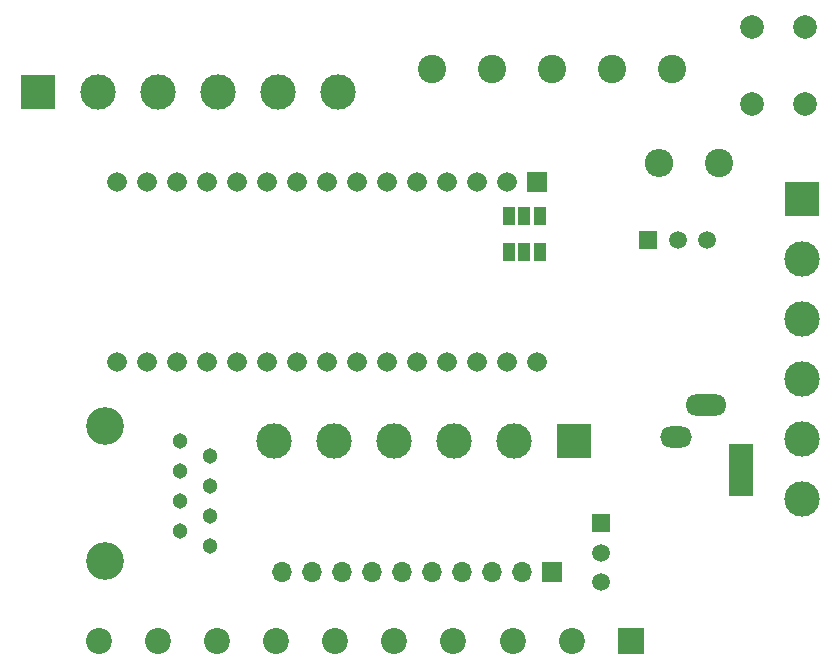
<source format=gbr>
%TF.GenerationSoftware,KiCad,Pcbnew,(6.0.7)*%
%TF.CreationDate,2022-10-06T11:11:12-05:00*%
%TF.ProjectId,ScareBanger_PCB,53636172-6542-4616-9e67-65725f504342,rev?*%
%TF.SameCoordinates,Original*%
%TF.FileFunction,Soldermask,Bot*%
%TF.FilePolarity,Negative*%
%FSLAX46Y46*%
G04 Gerber Fmt 4.6, Leading zero omitted, Abs format (unit mm)*
G04 Created by KiCad (PCBNEW (6.0.7)) date 2022-10-06 11:11:12*
%MOMM*%
%LPD*%
G01*
G04 APERTURE LIST*
%ADD10R,1.665000X1.665000*%
%ADD11C,1.665000*%
%ADD12R,3.000000X3.000000*%
%ADD13C,3.000000*%
%ADD14R,1.500000X1.500000*%
%ADD15C,1.500000*%
%ADD16C,2.400000*%
%ADD17C,2.000000*%
%ADD18R,2.300000X2.300000*%
%ADD19C,2.200000*%
%ADD20O,2.400000X2.400000*%
%ADD21C,3.200000*%
%ADD22C,1.303000*%
%ADD23R,2.000000X4.500000*%
%ADD24O,3.500000X1.800000*%
%ADD25O,2.700000X1.800000*%
%ADD26R,1.700000X1.700000*%
%ADD27O,1.700000X1.700000*%
%ADD28R,1.000000X1.500000*%
G04 APERTURE END LIST*
D10*
%TO.C,A1*%
X148590000Y-101610000D03*
D11*
X146050000Y-101610000D03*
X143510000Y-101610000D03*
X140970000Y-101610000D03*
X138430000Y-101610000D03*
X135890000Y-101610000D03*
X133350000Y-101610000D03*
X130810000Y-101610000D03*
X128270000Y-101610000D03*
X125730000Y-101610000D03*
X123190000Y-101610000D03*
X120650000Y-101610000D03*
X118110000Y-101610000D03*
X115570000Y-101610000D03*
X113030000Y-101610000D03*
X113030000Y-116850000D03*
X115570000Y-116850000D03*
X118110000Y-116850000D03*
X120650000Y-116850000D03*
X123190000Y-116850000D03*
X125730000Y-116850000D03*
X128270000Y-116850000D03*
X130810000Y-116850000D03*
X133350000Y-116850000D03*
X135890000Y-116850000D03*
X138430000Y-116850000D03*
X140970000Y-116850000D03*
X143510000Y-116850000D03*
X146050000Y-116850000D03*
X148590000Y-116850000D03*
%TD*%
D12*
%TO.C,J3*%
X106300000Y-94000000D03*
D13*
X111380000Y-94000000D03*
X116460000Y-94000000D03*
X121540000Y-94000000D03*
X126620000Y-94000000D03*
X131700000Y-94000000D03*
%TD*%
D14*
%TO.C,SW2*%
X154000000Y-130500000D03*
D15*
X154000000Y-133000000D03*
X154000000Y-135500000D03*
%TD*%
D12*
%TO.C,J6*%
X151700000Y-123500000D03*
D13*
X146620000Y-123500000D03*
X141540000Y-123500000D03*
X136460000Y-123500000D03*
X131380000Y-123500000D03*
X126300000Y-123500000D03*
%TD*%
D12*
%TO.C,J7*%
X171000000Y-103000000D03*
D13*
X171000000Y-108080000D03*
X171000000Y-113160000D03*
X171000000Y-118240000D03*
X171000000Y-123320000D03*
X171000000Y-128400000D03*
%TD*%
D16*
%TO.C,J2*%
X160000000Y-92000000D03*
X154920000Y-92000000D03*
X149840000Y-92000000D03*
X144760000Y-92000000D03*
X139680000Y-92000000D03*
%TD*%
D17*
%TO.C,S1*%
X166750000Y-88500000D03*
X166750000Y-95000000D03*
X171250000Y-95000000D03*
X171250000Y-88500000D03*
%TD*%
D18*
%TO.C,J17*%
X156500000Y-140500000D03*
D19*
X151500000Y-140500000D03*
X146500000Y-140500000D03*
X141500000Y-140500000D03*
X136500000Y-140500000D03*
X131500000Y-140500000D03*
X126500000Y-140500000D03*
X121500000Y-140500000D03*
X116500000Y-140500000D03*
X111500000Y-140500000D03*
%TD*%
D16*
%TO.C,R2*%
X164000000Y-100000000D03*
D20*
X158920000Y-100000000D03*
%TD*%
D21*
%TO.C,J1*%
X112034000Y-133731000D03*
X112034000Y-122301000D03*
D22*
X118384000Y-123571000D03*
X120924000Y-124841000D03*
X118384000Y-126111000D03*
X120924000Y-127381000D03*
X118384000Y-128651000D03*
X120924000Y-129921000D03*
X118384000Y-131191000D03*
X120924000Y-132461000D03*
%TD*%
D14*
%TO.C,SW1*%
X158000000Y-106500000D03*
D15*
X160500000Y-106500000D03*
X163000000Y-106500000D03*
%TD*%
D23*
%TO.C,J4*%
X165850000Y-126000000D03*
D24*
X162900000Y-120500000D03*
D25*
X160300000Y-123200000D03*
%TD*%
D26*
%TO.C,J16*%
X149860000Y-134620000D03*
D27*
X147320000Y-134620000D03*
X144780000Y-134620000D03*
X142240000Y-134620000D03*
X139700000Y-134620000D03*
X137160000Y-134620000D03*
X134620000Y-134620000D03*
X132080000Y-134620000D03*
X129540000Y-134620000D03*
X127000000Y-134620000D03*
%TD*%
D28*
%TO.C,JP1*%
X146200000Y-104500000D03*
X147500000Y-104500000D03*
X148800000Y-104500000D03*
%TD*%
%TO.C,JP2*%
X148800000Y-107500000D03*
X147500000Y-107500000D03*
X146200000Y-107500000D03*
%TD*%
M02*

</source>
